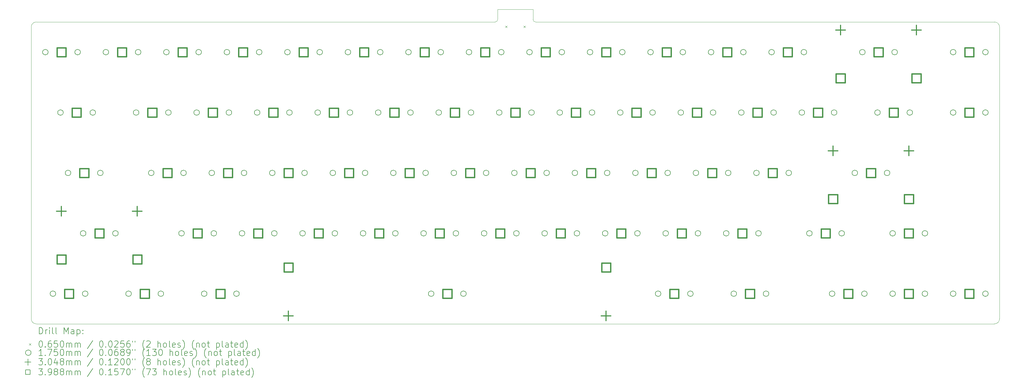
<source format=gbr>
%TF.GenerationSoftware,KiCad,Pcbnew,(6.0.10)*%
%TF.CreationDate,2023-02-18T23:00:32-08:00*%
%TF.ProjectId,KeyboardM,4b657962-6f61-4726-944d-2e6b69636164,rev?*%
%TF.SameCoordinates,Original*%
%TF.FileFunction,Drillmap*%
%TF.FilePolarity,Positive*%
%FSLAX45Y45*%
G04 Gerber Fmt 4.5, Leading zero omitted, Abs format (unit mm)*
G04 Created by KiCad (PCBNEW (6.0.10)) date 2023-02-18 23:00:32*
%MOMM*%
%LPD*%
G01*
G04 APERTURE LIST*
%ADD10C,0.100000*%
%ADD11C,0.200000*%
%ADD12C,0.065000*%
%ADD13C,0.175000*%
%ADD14C,0.304800*%
%ADD15C,0.398780*%
G04 APERTURE END LIST*
D10*
X21431250Y-4762500D02*
X35877500Y-4762500D01*
X5715000Y-4762500D02*
X20161250Y-4762500D01*
X21351870Y-4683125D02*
G75*
G03*
X21431250Y-4762500I79380J5D01*
G01*
X35877500Y-14287500D02*
G75*
G03*
X36036250Y-14128750I0J158750D01*
G01*
X21351875Y-4683125D02*
X21351875Y-4365625D01*
X36036250Y-4921250D02*
X36036250Y-14128750D01*
X36036250Y-4921250D02*
G75*
G03*
X35877500Y-4762500I-158750J0D01*
G01*
X5715000Y-4762500D02*
G75*
G03*
X5556250Y-4921250I0J-158750D01*
G01*
X5556250Y-14128750D02*
G75*
G03*
X5715000Y-14287500I158750J0D01*
G01*
X20240625Y-4683125D02*
X20240625Y-4365625D01*
X35877500Y-14287500D02*
X5715000Y-14287500D01*
X5556250Y-14128750D02*
X5556250Y-4921250D01*
X20161250Y-4762495D02*
G75*
G03*
X20240625Y-4683125I0J79375D01*
G01*
X20240625Y-4365625D02*
X21351875Y-4365625D01*
D11*
D12*
X20474750Y-4878750D02*
X20539750Y-4943750D01*
X20539750Y-4878750D02*
X20474750Y-4943750D01*
X21052750Y-4878750D02*
X21117750Y-4943750D01*
X21117750Y-4878750D02*
X21052750Y-4943750D01*
D13*
X6088250Y-5715000D02*
G75*
G03*
X6088250Y-5715000I-87500J0D01*
G01*
X6326375Y-13335000D02*
G75*
G03*
X6326375Y-13335000I-87500J0D01*
G01*
X6564500Y-7620000D02*
G75*
G03*
X6564500Y-7620000I-87500J0D01*
G01*
X6802625Y-9525000D02*
G75*
G03*
X6802625Y-9525000I-87500J0D01*
G01*
X7104250Y-5715000D02*
G75*
G03*
X7104250Y-5715000I-87500J0D01*
G01*
X7278875Y-11430000D02*
G75*
G03*
X7278875Y-11430000I-87500J0D01*
G01*
X7342375Y-13335000D02*
G75*
G03*
X7342375Y-13335000I-87500J0D01*
G01*
X7580500Y-7620000D02*
G75*
G03*
X7580500Y-7620000I-87500J0D01*
G01*
X7818625Y-9525000D02*
G75*
G03*
X7818625Y-9525000I-87500J0D01*
G01*
X7993250Y-5715000D02*
G75*
G03*
X7993250Y-5715000I-87500J0D01*
G01*
X8294875Y-11430000D02*
G75*
G03*
X8294875Y-11430000I-87500J0D01*
G01*
X8707625Y-13335000D02*
G75*
G03*
X8707625Y-13335000I-87500J0D01*
G01*
X8945750Y-7620000D02*
G75*
G03*
X8945750Y-7620000I-87500J0D01*
G01*
X9009250Y-5715000D02*
G75*
G03*
X9009250Y-5715000I-87500J0D01*
G01*
X9422000Y-9525000D02*
G75*
G03*
X9422000Y-9525000I-87500J0D01*
G01*
X9723625Y-13335000D02*
G75*
G03*
X9723625Y-13335000I-87500J0D01*
G01*
X9898250Y-5715000D02*
G75*
G03*
X9898250Y-5715000I-87500J0D01*
G01*
X9961750Y-7620000D02*
G75*
G03*
X9961750Y-7620000I-87500J0D01*
G01*
X10374500Y-11430000D02*
G75*
G03*
X10374500Y-11430000I-87500J0D01*
G01*
X10438000Y-9525000D02*
G75*
G03*
X10438000Y-9525000I-87500J0D01*
G01*
X10850750Y-7620000D02*
G75*
G03*
X10850750Y-7620000I-87500J0D01*
G01*
X10914250Y-5715000D02*
G75*
G03*
X10914250Y-5715000I-87500J0D01*
G01*
X11088875Y-13335000D02*
G75*
G03*
X11088875Y-13335000I-87500J0D01*
G01*
X11327000Y-9525000D02*
G75*
G03*
X11327000Y-9525000I-87500J0D01*
G01*
X11390500Y-11430000D02*
G75*
G03*
X11390500Y-11430000I-87500J0D01*
G01*
X11803250Y-5715000D02*
G75*
G03*
X11803250Y-5715000I-87500J0D01*
G01*
X11866750Y-7620000D02*
G75*
G03*
X11866750Y-7620000I-87500J0D01*
G01*
X12104875Y-13335000D02*
G75*
G03*
X12104875Y-13335000I-87500J0D01*
G01*
X12279500Y-11430000D02*
G75*
G03*
X12279500Y-11430000I-87500J0D01*
G01*
X12343000Y-9525000D02*
G75*
G03*
X12343000Y-9525000I-87500J0D01*
G01*
X12755750Y-7620000D02*
G75*
G03*
X12755750Y-7620000I-87500J0D01*
G01*
X12819250Y-5715000D02*
G75*
G03*
X12819250Y-5715000I-87500J0D01*
G01*
X13232000Y-9525000D02*
G75*
G03*
X13232000Y-9525000I-87500J0D01*
G01*
X13295500Y-11430000D02*
G75*
G03*
X13295500Y-11430000I-87500J0D01*
G01*
X13708250Y-5715000D02*
G75*
G03*
X13708250Y-5715000I-87500J0D01*
G01*
X13771750Y-7620000D02*
G75*
G03*
X13771750Y-7620000I-87500J0D01*
G01*
X14184500Y-11430000D02*
G75*
G03*
X14184500Y-11430000I-87500J0D01*
G01*
X14248000Y-9525000D02*
G75*
G03*
X14248000Y-9525000I-87500J0D01*
G01*
X14660750Y-7620000D02*
G75*
G03*
X14660750Y-7620000I-87500J0D01*
G01*
X14724250Y-5715000D02*
G75*
G03*
X14724250Y-5715000I-87500J0D01*
G01*
X15137000Y-9525000D02*
G75*
G03*
X15137000Y-9525000I-87500J0D01*
G01*
X15200500Y-11430000D02*
G75*
G03*
X15200500Y-11430000I-87500J0D01*
G01*
X15613250Y-5715000D02*
G75*
G03*
X15613250Y-5715000I-87500J0D01*
G01*
X15676750Y-7620000D02*
G75*
G03*
X15676750Y-7620000I-87500J0D01*
G01*
X16089500Y-11430000D02*
G75*
G03*
X16089500Y-11430000I-87500J0D01*
G01*
X16153000Y-9525000D02*
G75*
G03*
X16153000Y-9525000I-87500J0D01*
G01*
X16565750Y-7620000D02*
G75*
G03*
X16565750Y-7620000I-87500J0D01*
G01*
X16629250Y-5715000D02*
G75*
G03*
X16629250Y-5715000I-87500J0D01*
G01*
X17042000Y-9525000D02*
G75*
G03*
X17042000Y-9525000I-87500J0D01*
G01*
X17105500Y-11430000D02*
G75*
G03*
X17105500Y-11430000I-87500J0D01*
G01*
X17518250Y-5715000D02*
G75*
G03*
X17518250Y-5715000I-87500J0D01*
G01*
X17581750Y-7620000D02*
G75*
G03*
X17581750Y-7620000I-87500J0D01*
G01*
X17994500Y-11430000D02*
G75*
G03*
X17994500Y-11430000I-87500J0D01*
G01*
X18058000Y-9525000D02*
G75*
G03*
X18058000Y-9525000I-87500J0D01*
G01*
X18232625Y-13335000D02*
G75*
G03*
X18232625Y-13335000I-87500J0D01*
G01*
X18470750Y-7620000D02*
G75*
G03*
X18470750Y-7620000I-87500J0D01*
G01*
X18534250Y-5715000D02*
G75*
G03*
X18534250Y-5715000I-87500J0D01*
G01*
X18947000Y-9525000D02*
G75*
G03*
X18947000Y-9525000I-87500J0D01*
G01*
X19010500Y-11430000D02*
G75*
G03*
X19010500Y-11430000I-87500J0D01*
G01*
X19248625Y-13335000D02*
G75*
G03*
X19248625Y-13335000I-87500J0D01*
G01*
X19423250Y-5715000D02*
G75*
G03*
X19423250Y-5715000I-87500J0D01*
G01*
X19486750Y-7620000D02*
G75*
G03*
X19486750Y-7620000I-87500J0D01*
G01*
X19899500Y-11430000D02*
G75*
G03*
X19899500Y-11430000I-87500J0D01*
G01*
X19963000Y-9525000D02*
G75*
G03*
X19963000Y-9525000I-87500J0D01*
G01*
X20375750Y-7620000D02*
G75*
G03*
X20375750Y-7620000I-87500J0D01*
G01*
X20439250Y-5715000D02*
G75*
G03*
X20439250Y-5715000I-87500J0D01*
G01*
X20852000Y-9525000D02*
G75*
G03*
X20852000Y-9525000I-87500J0D01*
G01*
X20915500Y-11430000D02*
G75*
G03*
X20915500Y-11430000I-87500J0D01*
G01*
X21328250Y-5715000D02*
G75*
G03*
X21328250Y-5715000I-87500J0D01*
G01*
X21391750Y-7620000D02*
G75*
G03*
X21391750Y-7620000I-87500J0D01*
G01*
X21804500Y-11430000D02*
G75*
G03*
X21804500Y-11430000I-87500J0D01*
G01*
X21868000Y-9525000D02*
G75*
G03*
X21868000Y-9525000I-87500J0D01*
G01*
X22280750Y-7620000D02*
G75*
G03*
X22280750Y-7620000I-87500J0D01*
G01*
X22344250Y-5715000D02*
G75*
G03*
X22344250Y-5715000I-87500J0D01*
G01*
X22757000Y-9525000D02*
G75*
G03*
X22757000Y-9525000I-87500J0D01*
G01*
X22820500Y-11430000D02*
G75*
G03*
X22820500Y-11430000I-87500J0D01*
G01*
X23233250Y-5715000D02*
G75*
G03*
X23233250Y-5715000I-87500J0D01*
G01*
X23296750Y-7620000D02*
G75*
G03*
X23296750Y-7620000I-87500J0D01*
G01*
X23709500Y-11430000D02*
G75*
G03*
X23709500Y-11430000I-87500J0D01*
G01*
X23773000Y-9525000D02*
G75*
G03*
X23773000Y-9525000I-87500J0D01*
G01*
X24185750Y-7620000D02*
G75*
G03*
X24185750Y-7620000I-87500J0D01*
G01*
X24249250Y-5715000D02*
G75*
G03*
X24249250Y-5715000I-87500J0D01*
G01*
X24662000Y-9525000D02*
G75*
G03*
X24662000Y-9525000I-87500J0D01*
G01*
X24725500Y-11430000D02*
G75*
G03*
X24725500Y-11430000I-87500J0D01*
G01*
X25138250Y-5715000D02*
G75*
G03*
X25138250Y-5715000I-87500J0D01*
G01*
X25201750Y-7620000D02*
G75*
G03*
X25201750Y-7620000I-87500J0D01*
G01*
X25376375Y-13335000D02*
G75*
G03*
X25376375Y-13335000I-87500J0D01*
G01*
X25614500Y-11430000D02*
G75*
G03*
X25614500Y-11430000I-87500J0D01*
G01*
X25678000Y-9525000D02*
G75*
G03*
X25678000Y-9525000I-87500J0D01*
G01*
X26090750Y-7620000D02*
G75*
G03*
X26090750Y-7620000I-87500J0D01*
G01*
X26154250Y-5715000D02*
G75*
G03*
X26154250Y-5715000I-87500J0D01*
G01*
X26392375Y-13335000D02*
G75*
G03*
X26392375Y-13335000I-87500J0D01*
G01*
X26567000Y-9525000D02*
G75*
G03*
X26567000Y-9525000I-87500J0D01*
G01*
X26630500Y-11430000D02*
G75*
G03*
X26630500Y-11430000I-87500J0D01*
G01*
X27043250Y-5715000D02*
G75*
G03*
X27043250Y-5715000I-87500J0D01*
G01*
X27106750Y-7620000D02*
G75*
G03*
X27106750Y-7620000I-87500J0D01*
G01*
X27519500Y-11430000D02*
G75*
G03*
X27519500Y-11430000I-87500J0D01*
G01*
X27583000Y-9525000D02*
G75*
G03*
X27583000Y-9525000I-87500J0D01*
G01*
X27757625Y-13335000D02*
G75*
G03*
X27757625Y-13335000I-87500J0D01*
G01*
X27995750Y-7620000D02*
G75*
G03*
X27995750Y-7620000I-87500J0D01*
G01*
X28059250Y-5715000D02*
G75*
G03*
X28059250Y-5715000I-87500J0D01*
G01*
X28472000Y-9525000D02*
G75*
G03*
X28472000Y-9525000I-87500J0D01*
G01*
X28535500Y-11430000D02*
G75*
G03*
X28535500Y-11430000I-87500J0D01*
G01*
X28773625Y-13335000D02*
G75*
G03*
X28773625Y-13335000I-87500J0D01*
G01*
X28948250Y-5715000D02*
G75*
G03*
X28948250Y-5715000I-87500J0D01*
G01*
X29011750Y-7620000D02*
G75*
G03*
X29011750Y-7620000I-87500J0D01*
G01*
X29488000Y-9525000D02*
G75*
G03*
X29488000Y-9525000I-87500J0D01*
G01*
X29900750Y-7620000D02*
G75*
G03*
X29900750Y-7620000I-87500J0D01*
G01*
X29964250Y-5715000D02*
G75*
G03*
X29964250Y-5715000I-87500J0D01*
G01*
X30138875Y-11430000D02*
G75*
G03*
X30138875Y-11430000I-87500J0D01*
G01*
X30853250Y-13335000D02*
G75*
G03*
X30853250Y-13335000I-87500J0D01*
G01*
X30916750Y-7620000D02*
G75*
G03*
X30916750Y-7620000I-87500J0D01*
G01*
X31154875Y-11430000D02*
G75*
G03*
X31154875Y-11430000I-87500J0D01*
G01*
X31567625Y-9525000D02*
G75*
G03*
X31567625Y-9525000I-87500J0D01*
G01*
X31805750Y-5715000D02*
G75*
G03*
X31805750Y-5715000I-87500J0D01*
G01*
X31869250Y-13335000D02*
G75*
G03*
X31869250Y-13335000I-87500J0D01*
G01*
X32282000Y-7620000D02*
G75*
G03*
X32282000Y-7620000I-87500J0D01*
G01*
X32583625Y-9525000D02*
G75*
G03*
X32583625Y-9525000I-87500J0D01*
G01*
X32758250Y-11430000D02*
G75*
G03*
X32758250Y-11430000I-87500J0D01*
G01*
X32758250Y-13335000D02*
G75*
G03*
X32758250Y-13335000I-87500J0D01*
G01*
X32821750Y-5715000D02*
G75*
G03*
X32821750Y-5715000I-87500J0D01*
G01*
X33298000Y-7620000D02*
G75*
G03*
X33298000Y-7620000I-87500J0D01*
G01*
X33774250Y-11430000D02*
G75*
G03*
X33774250Y-11430000I-87500J0D01*
G01*
X33774250Y-13335000D02*
G75*
G03*
X33774250Y-13335000I-87500J0D01*
G01*
X34663250Y-5715000D02*
G75*
G03*
X34663250Y-5715000I-87500J0D01*
G01*
X34663250Y-7620000D02*
G75*
G03*
X34663250Y-7620000I-87500J0D01*
G01*
X34663250Y-13335000D02*
G75*
G03*
X34663250Y-13335000I-87500J0D01*
G01*
X35679250Y-5715000D02*
G75*
G03*
X35679250Y-5715000I-87500J0D01*
G01*
X35679250Y-7620000D02*
G75*
G03*
X35679250Y-7620000I-87500J0D01*
G01*
X35679250Y-13335000D02*
G75*
G03*
X35679250Y-13335000I-87500J0D01*
G01*
D14*
X6505575Y-10579100D02*
X6505575Y-10883900D01*
X6353175Y-10731500D02*
X6657975Y-10731500D01*
X8893175Y-10579100D02*
X8893175Y-10883900D01*
X8740775Y-10731500D02*
X9045575Y-10731500D01*
X13653135Y-13881100D02*
X13653135Y-14185900D01*
X13500735Y-14033500D02*
X13805535Y-14033500D01*
X23653115Y-13881100D02*
X23653115Y-14185900D01*
X23500715Y-14033500D02*
X23805515Y-14033500D01*
X30794325Y-8674100D02*
X30794325Y-8978900D01*
X30641925Y-8826500D02*
X30946725Y-8826500D01*
X31032450Y-4864100D02*
X31032450Y-5168900D01*
X30880050Y-5016500D02*
X31184850Y-5016500D01*
X33181925Y-8674100D02*
X33181925Y-8978900D01*
X33029525Y-8826500D02*
X33334325Y-8826500D01*
X33420050Y-4864100D02*
X33420050Y-5168900D01*
X33267650Y-5016500D02*
X33572450Y-5016500D01*
D15*
X6646566Y-12396491D02*
X6646566Y-12114509D01*
X6364584Y-12114509D01*
X6364584Y-12396491D01*
X6646566Y-12396491D01*
X6649741Y-5855991D02*
X6649741Y-5574009D01*
X6367759Y-5574009D01*
X6367759Y-5855991D01*
X6649741Y-5855991D01*
X6887866Y-13475991D02*
X6887866Y-13194009D01*
X6605884Y-13194009D01*
X6605884Y-13475991D01*
X6887866Y-13475991D01*
X7125991Y-7760991D02*
X7125991Y-7479009D01*
X6844009Y-7479009D01*
X6844009Y-7760991D01*
X7125991Y-7760991D01*
X7364116Y-9665991D02*
X7364116Y-9384009D01*
X7082134Y-9384009D01*
X7082134Y-9665991D01*
X7364116Y-9665991D01*
X7840366Y-11570991D02*
X7840366Y-11289009D01*
X7558384Y-11289009D01*
X7558384Y-11570991D01*
X7840366Y-11570991D01*
X8554741Y-5855991D02*
X8554741Y-5574009D01*
X8272759Y-5574009D01*
X8272759Y-5855991D01*
X8554741Y-5855991D01*
X9034166Y-12396491D02*
X9034166Y-12114509D01*
X8752184Y-12114509D01*
X8752184Y-12396491D01*
X9034166Y-12396491D01*
X9269116Y-13475991D02*
X9269116Y-13194009D01*
X8987134Y-13194009D01*
X8987134Y-13475991D01*
X9269116Y-13475991D01*
X9507241Y-7760991D02*
X9507241Y-7479009D01*
X9225259Y-7479009D01*
X9225259Y-7760991D01*
X9507241Y-7760991D01*
X9983491Y-9665991D02*
X9983491Y-9384009D01*
X9701509Y-9384009D01*
X9701509Y-9665991D01*
X9983491Y-9665991D01*
X10459741Y-5855991D02*
X10459741Y-5574009D01*
X10177759Y-5574009D01*
X10177759Y-5855991D01*
X10459741Y-5855991D01*
X10935991Y-11570991D02*
X10935991Y-11289009D01*
X10654009Y-11289009D01*
X10654009Y-11570991D01*
X10935991Y-11570991D01*
X11412241Y-7760991D02*
X11412241Y-7479009D01*
X11130259Y-7479009D01*
X11130259Y-7760991D01*
X11412241Y-7760991D01*
X11650366Y-13475991D02*
X11650366Y-13194009D01*
X11368384Y-13194009D01*
X11368384Y-13475991D01*
X11650366Y-13475991D01*
X11888491Y-9665991D02*
X11888491Y-9384009D01*
X11606509Y-9384009D01*
X11606509Y-9665991D01*
X11888491Y-9665991D01*
X12364741Y-5855991D02*
X12364741Y-5574009D01*
X12082759Y-5574009D01*
X12082759Y-5855991D01*
X12364741Y-5855991D01*
X12840991Y-11570991D02*
X12840991Y-11289009D01*
X12559009Y-11289009D01*
X12559009Y-11570991D01*
X12840991Y-11570991D01*
X13317241Y-7760991D02*
X13317241Y-7479009D01*
X13035259Y-7479009D01*
X13035259Y-7760991D01*
X13317241Y-7760991D01*
X13793491Y-9665991D02*
X13793491Y-9384009D01*
X13511509Y-9384009D01*
X13511509Y-9665991D01*
X13793491Y-9665991D01*
X13794126Y-12650491D02*
X13794126Y-12368509D01*
X13512144Y-12368509D01*
X13512144Y-12650491D01*
X13794126Y-12650491D01*
X14269741Y-5855991D02*
X14269741Y-5574009D01*
X13987759Y-5574009D01*
X13987759Y-5855991D01*
X14269741Y-5855991D01*
X14745991Y-11570991D02*
X14745991Y-11289009D01*
X14464009Y-11289009D01*
X14464009Y-11570991D01*
X14745991Y-11570991D01*
X15222241Y-7760991D02*
X15222241Y-7479009D01*
X14940259Y-7479009D01*
X14940259Y-7760991D01*
X15222241Y-7760991D01*
X15698491Y-9665991D02*
X15698491Y-9384009D01*
X15416509Y-9384009D01*
X15416509Y-9665991D01*
X15698491Y-9665991D01*
X16174741Y-5855991D02*
X16174741Y-5574009D01*
X15892759Y-5574009D01*
X15892759Y-5855991D01*
X16174741Y-5855991D01*
X16650991Y-11570991D02*
X16650991Y-11289009D01*
X16369009Y-11289009D01*
X16369009Y-11570991D01*
X16650991Y-11570991D01*
X17127241Y-7760991D02*
X17127241Y-7479009D01*
X16845259Y-7479009D01*
X16845259Y-7760991D01*
X17127241Y-7760991D01*
X17603491Y-9665991D02*
X17603491Y-9384009D01*
X17321509Y-9384009D01*
X17321509Y-9665991D01*
X17603491Y-9665991D01*
X18079741Y-5855991D02*
X18079741Y-5574009D01*
X17797759Y-5574009D01*
X17797759Y-5855991D01*
X18079741Y-5855991D01*
X18555991Y-11570991D02*
X18555991Y-11289009D01*
X18274009Y-11289009D01*
X18274009Y-11570991D01*
X18555991Y-11570991D01*
X18794116Y-13475991D02*
X18794116Y-13194009D01*
X18512134Y-13194009D01*
X18512134Y-13475991D01*
X18794116Y-13475991D01*
X19032241Y-7760991D02*
X19032241Y-7479009D01*
X18750259Y-7479009D01*
X18750259Y-7760991D01*
X19032241Y-7760991D01*
X19508491Y-9665991D02*
X19508491Y-9384009D01*
X19226509Y-9384009D01*
X19226509Y-9665991D01*
X19508491Y-9665991D01*
X19984741Y-5855991D02*
X19984741Y-5574009D01*
X19702759Y-5574009D01*
X19702759Y-5855991D01*
X19984741Y-5855991D01*
X20460991Y-11570991D02*
X20460991Y-11289009D01*
X20179009Y-11289009D01*
X20179009Y-11570991D01*
X20460991Y-11570991D01*
X20937241Y-7760991D02*
X20937241Y-7479009D01*
X20655259Y-7479009D01*
X20655259Y-7760991D01*
X20937241Y-7760991D01*
X21413491Y-9665991D02*
X21413491Y-9384009D01*
X21131509Y-9384009D01*
X21131509Y-9665991D01*
X21413491Y-9665991D01*
X21889741Y-5855991D02*
X21889741Y-5574009D01*
X21607759Y-5574009D01*
X21607759Y-5855991D01*
X21889741Y-5855991D01*
X22365991Y-11570991D02*
X22365991Y-11289009D01*
X22084009Y-11289009D01*
X22084009Y-11570991D01*
X22365991Y-11570991D01*
X22842241Y-7760991D02*
X22842241Y-7479009D01*
X22560259Y-7479009D01*
X22560259Y-7760991D01*
X22842241Y-7760991D01*
X23318491Y-9665991D02*
X23318491Y-9384009D01*
X23036509Y-9384009D01*
X23036509Y-9665991D01*
X23318491Y-9665991D01*
X23794106Y-12650491D02*
X23794106Y-12368509D01*
X23512124Y-12368509D01*
X23512124Y-12650491D01*
X23794106Y-12650491D01*
X23794741Y-5855991D02*
X23794741Y-5574009D01*
X23512759Y-5574009D01*
X23512759Y-5855991D01*
X23794741Y-5855991D01*
X24270991Y-11570991D02*
X24270991Y-11289009D01*
X23989009Y-11289009D01*
X23989009Y-11570991D01*
X24270991Y-11570991D01*
X24747241Y-7760991D02*
X24747241Y-7479009D01*
X24465259Y-7479009D01*
X24465259Y-7760991D01*
X24747241Y-7760991D01*
X25223491Y-9665991D02*
X25223491Y-9384009D01*
X24941509Y-9384009D01*
X24941509Y-9665991D01*
X25223491Y-9665991D01*
X25699741Y-5855991D02*
X25699741Y-5574009D01*
X25417759Y-5574009D01*
X25417759Y-5855991D01*
X25699741Y-5855991D01*
X25937866Y-13475991D02*
X25937866Y-13194009D01*
X25655884Y-13194009D01*
X25655884Y-13475991D01*
X25937866Y-13475991D01*
X26175991Y-11570991D02*
X26175991Y-11289009D01*
X25894009Y-11289009D01*
X25894009Y-11570991D01*
X26175991Y-11570991D01*
X26652241Y-7760991D02*
X26652241Y-7479009D01*
X26370259Y-7479009D01*
X26370259Y-7760991D01*
X26652241Y-7760991D01*
X27128491Y-9665991D02*
X27128491Y-9384009D01*
X26846509Y-9384009D01*
X26846509Y-9665991D01*
X27128491Y-9665991D01*
X27604741Y-5855991D02*
X27604741Y-5574009D01*
X27322759Y-5574009D01*
X27322759Y-5855991D01*
X27604741Y-5855991D01*
X28080991Y-11570991D02*
X28080991Y-11289009D01*
X27799009Y-11289009D01*
X27799009Y-11570991D01*
X28080991Y-11570991D01*
X28319116Y-13475991D02*
X28319116Y-13194009D01*
X28037134Y-13194009D01*
X28037134Y-13475991D01*
X28319116Y-13475991D01*
X28557241Y-7760991D02*
X28557241Y-7479009D01*
X28275259Y-7479009D01*
X28275259Y-7760991D01*
X28557241Y-7760991D01*
X29033491Y-9665991D02*
X29033491Y-9384009D01*
X28751509Y-9384009D01*
X28751509Y-9665991D01*
X29033491Y-9665991D01*
X29509741Y-5855991D02*
X29509741Y-5574009D01*
X29227759Y-5574009D01*
X29227759Y-5855991D01*
X29509741Y-5855991D01*
X30462241Y-7760991D02*
X30462241Y-7479009D01*
X30180259Y-7479009D01*
X30180259Y-7760991D01*
X30462241Y-7760991D01*
X30700366Y-11570991D02*
X30700366Y-11289009D01*
X30418384Y-11289009D01*
X30418384Y-11570991D01*
X30700366Y-11570991D01*
X30935316Y-10491491D02*
X30935316Y-10209509D01*
X30653334Y-10209509D01*
X30653334Y-10491491D01*
X30935316Y-10491491D01*
X31173441Y-6681491D02*
X31173441Y-6399509D01*
X30891459Y-6399509D01*
X30891459Y-6681491D01*
X31173441Y-6681491D01*
X31414741Y-13475991D02*
X31414741Y-13194009D01*
X31132759Y-13194009D01*
X31132759Y-13475991D01*
X31414741Y-13475991D01*
X32129116Y-9665991D02*
X32129116Y-9384009D01*
X31847134Y-9384009D01*
X31847134Y-9665991D01*
X32129116Y-9665991D01*
X32367241Y-5855991D02*
X32367241Y-5574009D01*
X32085259Y-5574009D01*
X32085259Y-5855991D01*
X32367241Y-5855991D01*
X32843491Y-7760991D02*
X32843491Y-7479009D01*
X32561509Y-7479009D01*
X32561509Y-7760991D01*
X32843491Y-7760991D01*
X33319741Y-11570991D02*
X33319741Y-11289009D01*
X33037759Y-11289009D01*
X33037759Y-11570991D01*
X33319741Y-11570991D01*
X33319741Y-13475991D02*
X33319741Y-13194009D01*
X33037759Y-13194009D01*
X33037759Y-13475991D01*
X33319741Y-13475991D01*
X33322916Y-10491491D02*
X33322916Y-10209509D01*
X33040934Y-10209509D01*
X33040934Y-10491491D01*
X33322916Y-10491491D01*
X33561041Y-6681491D02*
X33561041Y-6399509D01*
X33279059Y-6399509D01*
X33279059Y-6681491D01*
X33561041Y-6681491D01*
X35224741Y-5855991D02*
X35224741Y-5574009D01*
X34942759Y-5574009D01*
X34942759Y-5855991D01*
X35224741Y-5855991D01*
X35224741Y-7760991D02*
X35224741Y-7479009D01*
X34942759Y-7479009D01*
X34942759Y-7760991D01*
X35224741Y-7760991D01*
X35224741Y-13475991D02*
X35224741Y-13194009D01*
X34942759Y-13194009D01*
X34942759Y-13475991D01*
X35224741Y-13475991D01*
D11*
X5808869Y-14602976D02*
X5808869Y-14402976D01*
X5856488Y-14402976D01*
X5885059Y-14412500D01*
X5904107Y-14431548D01*
X5913631Y-14450595D01*
X5923155Y-14488690D01*
X5923155Y-14517262D01*
X5913631Y-14555357D01*
X5904107Y-14574405D01*
X5885059Y-14593452D01*
X5856488Y-14602976D01*
X5808869Y-14602976D01*
X6008869Y-14602976D02*
X6008869Y-14469643D01*
X6008869Y-14507738D02*
X6018393Y-14488690D01*
X6027917Y-14479167D01*
X6046964Y-14469643D01*
X6066012Y-14469643D01*
X6132678Y-14602976D02*
X6132678Y-14469643D01*
X6132678Y-14402976D02*
X6123155Y-14412500D01*
X6132678Y-14422024D01*
X6142202Y-14412500D01*
X6132678Y-14402976D01*
X6132678Y-14422024D01*
X6256488Y-14602976D02*
X6237440Y-14593452D01*
X6227917Y-14574405D01*
X6227917Y-14402976D01*
X6361250Y-14602976D02*
X6342202Y-14593452D01*
X6332678Y-14574405D01*
X6332678Y-14402976D01*
X6589821Y-14602976D02*
X6589821Y-14402976D01*
X6656488Y-14545833D01*
X6723155Y-14402976D01*
X6723155Y-14602976D01*
X6904107Y-14602976D02*
X6904107Y-14498214D01*
X6894583Y-14479167D01*
X6875536Y-14469643D01*
X6837440Y-14469643D01*
X6818393Y-14479167D01*
X6904107Y-14593452D02*
X6885059Y-14602976D01*
X6837440Y-14602976D01*
X6818393Y-14593452D01*
X6808869Y-14574405D01*
X6808869Y-14555357D01*
X6818393Y-14536309D01*
X6837440Y-14526786D01*
X6885059Y-14526786D01*
X6904107Y-14517262D01*
X6999345Y-14469643D02*
X6999345Y-14669643D01*
X6999345Y-14479167D02*
X7018393Y-14469643D01*
X7056488Y-14469643D01*
X7075536Y-14479167D01*
X7085059Y-14488690D01*
X7094583Y-14507738D01*
X7094583Y-14564881D01*
X7085059Y-14583928D01*
X7075536Y-14593452D01*
X7056488Y-14602976D01*
X7018393Y-14602976D01*
X6999345Y-14593452D01*
X7180298Y-14583928D02*
X7189821Y-14593452D01*
X7180298Y-14602976D01*
X7170774Y-14593452D01*
X7180298Y-14583928D01*
X7180298Y-14602976D01*
X7180298Y-14479167D02*
X7189821Y-14488690D01*
X7180298Y-14498214D01*
X7170774Y-14488690D01*
X7180298Y-14479167D01*
X7180298Y-14498214D01*
D12*
X5486250Y-14900000D02*
X5551250Y-14965000D01*
X5551250Y-14900000D02*
X5486250Y-14965000D01*
D11*
X5846964Y-14822976D02*
X5866012Y-14822976D01*
X5885059Y-14832500D01*
X5894583Y-14842024D01*
X5904107Y-14861071D01*
X5913631Y-14899167D01*
X5913631Y-14946786D01*
X5904107Y-14984881D01*
X5894583Y-15003928D01*
X5885059Y-15013452D01*
X5866012Y-15022976D01*
X5846964Y-15022976D01*
X5827917Y-15013452D01*
X5818393Y-15003928D01*
X5808869Y-14984881D01*
X5799345Y-14946786D01*
X5799345Y-14899167D01*
X5808869Y-14861071D01*
X5818393Y-14842024D01*
X5827917Y-14832500D01*
X5846964Y-14822976D01*
X5999345Y-15003928D02*
X6008869Y-15013452D01*
X5999345Y-15022976D01*
X5989821Y-15013452D01*
X5999345Y-15003928D01*
X5999345Y-15022976D01*
X6180298Y-14822976D02*
X6142202Y-14822976D01*
X6123155Y-14832500D01*
X6113631Y-14842024D01*
X6094583Y-14870595D01*
X6085059Y-14908690D01*
X6085059Y-14984881D01*
X6094583Y-15003928D01*
X6104107Y-15013452D01*
X6123155Y-15022976D01*
X6161250Y-15022976D01*
X6180298Y-15013452D01*
X6189821Y-15003928D01*
X6199345Y-14984881D01*
X6199345Y-14937262D01*
X6189821Y-14918214D01*
X6180298Y-14908690D01*
X6161250Y-14899167D01*
X6123155Y-14899167D01*
X6104107Y-14908690D01*
X6094583Y-14918214D01*
X6085059Y-14937262D01*
X6380298Y-14822976D02*
X6285059Y-14822976D01*
X6275536Y-14918214D01*
X6285059Y-14908690D01*
X6304107Y-14899167D01*
X6351726Y-14899167D01*
X6370774Y-14908690D01*
X6380298Y-14918214D01*
X6389821Y-14937262D01*
X6389821Y-14984881D01*
X6380298Y-15003928D01*
X6370774Y-15013452D01*
X6351726Y-15022976D01*
X6304107Y-15022976D01*
X6285059Y-15013452D01*
X6275536Y-15003928D01*
X6513631Y-14822976D02*
X6532678Y-14822976D01*
X6551726Y-14832500D01*
X6561250Y-14842024D01*
X6570774Y-14861071D01*
X6580298Y-14899167D01*
X6580298Y-14946786D01*
X6570774Y-14984881D01*
X6561250Y-15003928D01*
X6551726Y-15013452D01*
X6532678Y-15022976D01*
X6513631Y-15022976D01*
X6494583Y-15013452D01*
X6485059Y-15003928D01*
X6475536Y-14984881D01*
X6466012Y-14946786D01*
X6466012Y-14899167D01*
X6475536Y-14861071D01*
X6485059Y-14842024D01*
X6494583Y-14832500D01*
X6513631Y-14822976D01*
X6666012Y-15022976D02*
X6666012Y-14889643D01*
X6666012Y-14908690D02*
X6675536Y-14899167D01*
X6694583Y-14889643D01*
X6723155Y-14889643D01*
X6742202Y-14899167D01*
X6751726Y-14918214D01*
X6751726Y-15022976D01*
X6751726Y-14918214D02*
X6761250Y-14899167D01*
X6780298Y-14889643D01*
X6808869Y-14889643D01*
X6827917Y-14899167D01*
X6837440Y-14918214D01*
X6837440Y-15022976D01*
X6932678Y-15022976D02*
X6932678Y-14889643D01*
X6932678Y-14908690D02*
X6942202Y-14899167D01*
X6961250Y-14889643D01*
X6989821Y-14889643D01*
X7008869Y-14899167D01*
X7018393Y-14918214D01*
X7018393Y-15022976D01*
X7018393Y-14918214D02*
X7027917Y-14899167D01*
X7046964Y-14889643D01*
X7075536Y-14889643D01*
X7094583Y-14899167D01*
X7104107Y-14918214D01*
X7104107Y-15022976D01*
X7494583Y-14813452D02*
X7323155Y-15070595D01*
X7751726Y-14822976D02*
X7770774Y-14822976D01*
X7789821Y-14832500D01*
X7799345Y-14842024D01*
X7808869Y-14861071D01*
X7818393Y-14899167D01*
X7818393Y-14946786D01*
X7808869Y-14984881D01*
X7799345Y-15003928D01*
X7789821Y-15013452D01*
X7770774Y-15022976D01*
X7751726Y-15022976D01*
X7732678Y-15013452D01*
X7723155Y-15003928D01*
X7713631Y-14984881D01*
X7704107Y-14946786D01*
X7704107Y-14899167D01*
X7713631Y-14861071D01*
X7723155Y-14842024D01*
X7732678Y-14832500D01*
X7751726Y-14822976D01*
X7904107Y-15003928D02*
X7913631Y-15013452D01*
X7904107Y-15022976D01*
X7894583Y-15013452D01*
X7904107Y-15003928D01*
X7904107Y-15022976D01*
X8037440Y-14822976D02*
X8056488Y-14822976D01*
X8075536Y-14832500D01*
X8085059Y-14842024D01*
X8094583Y-14861071D01*
X8104107Y-14899167D01*
X8104107Y-14946786D01*
X8094583Y-14984881D01*
X8085059Y-15003928D01*
X8075536Y-15013452D01*
X8056488Y-15022976D01*
X8037440Y-15022976D01*
X8018393Y-15013452D01*
X8008869Y-15003928D01*
X7999345Y-14984881D01*
X7989821Y-14946786D01*
X7989821Y-14899167D01*
X7999345Y-14861071D01*
X8008869Y-14842024D01*
X8018393Y-14832500D01*
X8037440Y-14822976D01*
X8180298Y-14842024D02*
X8189821Y-14832500D01*
X8208869Y-14822976D01*
X8256488Y-14822976D01*
X8275536Y-14832500D01*
X8285059Y-14842024D01*
X8294583Y-14861071D01*
X8294583Y-14880119D01*
X8285059Y-14908690D01*
X8170774Y-15022976D01*
X8294583Y-15022976D01*
X8475536Y-14822976D02*
X8380298Y-14822976D01*
X8370774Y-14918214D01*
X8380298Y-14908690D01*
X8399345Y-14899167D01*
X8446964Y-14899167D01*
X8466012Y-14908690D01*
X8475536Y-14918214D01*
X8485060Y-14937262D01*
X8485060Y-14984881D01*
X8475536Y-15003928D01*
X8466012Y-15013452D01*
X8446964Y-15022976D01*
X8399345Y-15022976D01*
X8380298Y-15013452D01*
X8370774Y-15003928D01*
X8656488Y-14822976D02*
X8618393Y-14822976D01*
X8599345Y-14832500D01*
X8589821Y-14842024D01*
X8570774Y-14870595D01*
X8561250Y-14908690D01*
X8561250Y-14984881D01*
X8570774Y-15003928D01*
X8580298Y-15013452D01*
X8599345Y-15022976D01*
X8637440Y-15022976D01*
X8656488Y-15013452D01*
X8666012Y-15003928D01*
X8675536Y-14984881D01*
X8675536Y-14937262D01*
X8666012Y-14918214D01*
X8656488Y-14908690D01*
X8637440Y-14899167D01*
X8599345Y-14899167D01*
X8580298Y-14908690D01*
X8570774Y-14918214D01*
X8561250Y-14937262D01*
X8751726Y-14822976D02*
X8751726Y-14861071D01*
X8827917Y-14822976D02*
X8827917Y-14861071D01*
X9123155Y-15099167D02*
X9113631Y-15089643D01*
X9094583Y-15061071D01*
X9085060Y-15042024D01*
X9075536Y-15013452D01*
X9066012Y-14965833D01*
X9066012Y-14927738D01*
X9075536Y-14880119D01*
X9085060Y-14851548D01*
X9094583Y-14832500D01*
X9113631Y-14803928D01*
X9123155Y-14794405D01*
X9189821Y-14842024D02*
X9199345Y-14832500D01*
X9218393Y-14822976D01*
X9266012Y-14822976D01*
X9285060Y-14832500D01*
X9294583Y-14842024D01*
X9304107Y-14861071D01*
X9304107Y-14880119D01*
X9294583Y-14908690D01*
X9180298Y-15022976D01*
X9304107Y-15022976D01*
X9542202Y-15022976D02*
X9542202Y-14822976D01*
X9627917Y-15022976D02*
X9627917Y-14918214D01*
X9618393Y-14899167D01*
X9599345Y-14889643D01*
X9570774Y-14889643D01*
X9551726Y-14899167D01*
X9542202Y-14908690D01*
X9751726Y-15022976D02*
X9732679Y-15013452D01*
X9723155Y-15003928D01*
X9713631Y-14984881D01*
X9713631Y-14927738D01*
X9723155Y-14908690D01*
X9732679Y-14899167D01*
X9751726Y-14889643D01*
X9780298Y-14889643D01*
X9799345Y-14899167D01*
X9808869Y-14908690D01*
X9818393Y-14927738D01*
X9818393Y-14984881D01*
X9808869Y-15003928D01*
X9799345Y-15013452D01*
X9780298Y-15022976D01*
X9751726Y-15022976D01*
X9932679Y-15022976D02*
X9913631Y-15013452D01*
X9904107Y-14994405D01*
X9904107Y-14822976D01*
X10085060Y-15013452D02*
X10066012Y-15022976D01*
X10027917Y-15022976D01*
X10008869Y-15013452D01*
X9999345Y-14994405D01*
X9999345Y-14918214D01*
X10008869Y-14899167D01*
X10027917Y-14889643D01*
X10066012Y-14889643D01*
X10085060Y-14899167D01*
X10094583Y-14918214D01*
X10094583Y-14937262D01*
X9999345Y-14956309D01*
X10170774Y-15013452D02*
X10189821Y-15022976D01*
X10227917Y-15022976D01*
X10246964Y-15013452D01*
X10256488Y-14994405D01*
X10256488Y-14984881D01*
X10246964Y-14965833D01*
X10227917Y-14956309D01*
X10199345Y-14956309D01*
X10180298Y-14946786D01*
X10170774Y-14927738D01*
X10170774Y-14918214D01*
X10180298Y-14899167D01*
X10199345Y-14889643D01*
X10227917Y-14889643D01*
X10246964Y-14899167D01*
X10323155Y-15099167D02*
X10332679Y-15089643D01*
X10351726Y-15061071D01*
X10361250Y-15042024D01*
X10370774Y-15013452D01*
X10380298Y-14965833D01*
X10380298Y-14927738D01*
X10370774Y-14880119D01*
X10361250Y-14851548D01*
X10351726Y-14832500D01*
X10332679Y-14803928D01*
X10323155Y-14794405D01*
X10685060Y-15099167D02*
X10675536Y-15089643D01*
X10656488Y-15061071D01*
X10646964Y-15042024D01*
X10637440Y-15013452D01*
X10627917Y-14965833D01*
X10627917Y-14927738D01*
X10637440Y-14880119D01*
X10646964Y-14851548D01*
X10656488Y-14832500D01*
X10675536Y-14803928D01*
X10685060Y-14794405D01*
X10761250Y-14889643D02*
X10761250Y-15022976D01*
X10761250Y-14908690D02*
X10770774Y-14899167D01*
X10789821Y-14889643D01*
X10818393Y-14889643D01*
X10837440Y-14899167D01*
X10846964Y-14918214D01*
X10846964Y-15022976D01*
X10970774Y-15022976D02*
X10951726Y-15013452D01*
X10942202Y-15003928D01*
X10932679Y-14984881D01*
X10932679Y-14927738D01*
X10942202Y-14908690D01*
X10951726Y-14899167D01*
X10970774Y-14889643D01*
X10999345Y-14889643D01*
X11018393Y-14899167D01*
X11027917Y-14908690D01*
X11037440Y-14927738D01*
X11037440Y-14984881D01*
X11027917Y-15003928D01*
X11018393Y-15013452D01*
X10999345Y-15022976D01*
X10970774Y-15022976D01*
X11094583Y-14889643D02*
X11170774Y-14889643D01*
X11123155Y-14822976D02*
X11123155Y-14994405D01*
X11132679Y-15013452D01*
X11151726Y-15022976D01*
X11170774Y-15022976D01*
X11389821Y-14889643D02*
X11389821Y-15089643D01*
X11389821Y-14899167D02*
X11408869Y-14889643D01*
X11446964Y-14889643D01*
X11466012Y-14899167D01*
X11475536Y-14908690D01*
X11485059Y-14927738D01*
X11485059Y-14984881D01*
X11475536Y-15003928D01*
X11466012Y-15013452D01*
X11446964Y-15022976D01*
X11408869Y-15022976D01*
X11389821Y-15013452D01*
X11599345Y-15022976D02*
X11580298Y-15013452D01*
X11570774Y-14994405D01*
X11570774Y-14822976D01*
X11761250Y-15022976D02*
X11761250Y-14918214D01*
X11751726Y-14899167D01*
X11732678Y-14889643D01*
X11694583Y-14889643D01*
X11675536Y-14899167D01*
X11761250Y-15013452D02*
X11742202Y-15022976D01*
X11694583Y-15022976D01*
X11675536Y-15013452D01*
X11666012Y-14994405D01*
X11666012Y-14975357D01*
X11675536Y-14956309D01*
X11694583Y-14946786D01*
X11742202Y-14946786D01*
X11761250Y-14937262D01*
X11827917Y-14889643D02*
X11904107Y-14889643D01*
X11856488Y-14822976D02*
X11856488Y-14994405D01*
X11866012Y-15013452D01*
X11885059Y-15022976D01*
X11904107Y-15022976D01*
X12046964Y-15013452D02*
X12027917Y-15022976D01*
X11989821Y-15022976D01*
X11970774Y-15013452D01*
X11961250Y-14994405D01*
X11961250Y-14918214D01*
X11970774Y-14899167D01*
X11989821Y-14889643D01*
X12027917Y-14889643D01*
X12046964Y-14899167D01*
X12056488Y-14918214D01*
X12056488Y-14937262D01*
X11961250Y-14956309D01*
X12227917Y-15022976D02*
X12227917Y-14822976D01*
X12227917Y-15013452D02*
X12208869Y-15022976D01*
X12170774Y-15022976D01*
X12151726Y-15013452D01*
X12142202Y-15003928D01*
X12132678Y-14984881D01*
X12132678Y-14927738D01*
X12142202Y-14908690D01*
X12151726Y-14899167D01*
X12170774Y-14889643D01*
X12208869Y-14889643D01*
X12227917Y-14899167D01*
X12304107Y-15099167D02*
X12313631Y-15089643D01*
X12332678Y-15061071D01*
X12342202Y-15042024D01*
X12351726Y-15013452D01*
X12361250Y-14965833D01*
X12361250Y-14927738D01*
X12351726Y-14880119D01*
X12342202Y-14851548D01*
X12332678Y-14832500D01*
X12313631Y-14803928D01*
X12304107Y-14794405D01*
D13*
X5551250Y-15196500D02*
G75*
G03*
X5551250Y-15196500I-87500J0D01*
G01*
D11*
X5913631Y-15286976D02*
X5799345Y-15286976D01*
X5856488Y-15286976D02*
X5856488Y-15086976D01*
X5837440Y-15115548D01*
X5818393Y-15134595D01*
X5799345Y-15144119D01*
X5999345Y-15267928D02*
X6008869Y-15277452D01*
X5999345Y-15286976D01*
X5989821Y-15277452D01*
X5999345Y-15267928D01*
X5999345Y-15286976D01*
X6075536Y-15086976D02*
X6208869Y-15086976D01*
X6123155Y-15286976D01*
X6380298Y-15086976D02*
X6285059Y-15086976D01*
X6275536Y-15182214D01*
X6285059Y-15172690D01*
X6304107Y-15163167D01*
X6351726Y-15163167D01*
X6370774Y-15172690D01*
X6380298Y-15182214D01*
X6389821Y-15201262D01*
X6389821Y-15248881D01*
X6380298Y-15267928D01*
X6370774Y-15277452D01*
X6351726Y-15286976D01*
X6304107Y-15286976D01*
X6285059Y-15277452D01*
X6275536Y-15267928D01*
X6513631Y-15086976D02*
X6532678Y-15086976D01*
X6551726Y-15096500D01*
X6561250Y-15106024D01*
X6570774Y-15125071D01*
X6580298Y-15163167D01*
X6580298Y-15210786D01*
X6570774Y-15248881D01*
X6561250Y-15267928D01*
X6551726Y-15277452D01*
X6532678Y-15286976D01*
X6513631Y-15286976D01*
X6494583Y-15277452D01*
X6485059Y-15267928D01*
X6475536Y-15248881D01*
X6466012Y-15210786D01*
X6466012Y-15163167D01*
X6475536Y-15125071D01*
X6485059Y-15106024D01*
X6494583Y-15096500D01*
X6513631Y-15086976D01*
X6666012Y-15286976D02*
X6666012Y-15153643D01*
X6666012Y-15172690D02*
X6675536Y-15163167D01*
X6694583Y-15153643D01*
X6723155Y-15153643D01*
X6742202Y-15163167D01*
X6751726Y-15182214D01*
X6751726Y-15286976D01*
X6751726Y-15182214D02*
X6761250Y-15163167D01*
X6780298Y-15153643D01*
X6808869Y-15153643D01*
X6827917Y-15163167D01*
X6837440Y-15182214D01*
X6837440Y-15286976D01*
X6932678Y-15286976D02*
X6932678Y-15153643D01*
X6932678Y-15172690D02*
X6942202Y-15163167D01*
X6961250Y-15153643D01*
X6989821Y-15153643D01*
X7008869Y-15163167D01*
X7018393Y-15182214D01*
X7018393Y-15286976D01*
X7018393Y-15182214D02*
X7027917Y-15163167D01*
X7046964Y-15153643D01*
X7075536Y-15153643D01*
X7094583Y-15163167D01*
X7104107Y-15182214D01*
X7104107Y-15286976D01*
X7494583Y-15077452D02*
X7323155Y-15334595D01*
X7751726Y-15086976D02*
X7770774Y-15086976D01*
X7789821Y-15096500D01*
X7799345Y-15106024D01*
X7808869Y-15125071D01*
X7818393Y-15163167D01*
X7818393Y-15210786D01*
X7808869Y-15248881D01*
X7799345Y-15267928D01*
X7789821Y-15277452D01*
X7770774Y-15286976D01*
X7751726Y-15286976D01*
X7732678Y-15277452D01*
X7723155Y-15267928D01*
X7713631Y-15248881D01*
X7704107Y-15210786D01*
X7704107Y-15163167D01*
X7713631Y-15125071D01*
X7723155Y-15106024D01*
X7732678Y-15096500D01*
X7751726Y-15086976D01*
X7904107Y-15267928D02*
X7913631Y-15277452D01*
X7904107Y-15286976D01*
X7894583Y-15277452D01*
X7904107Y-15267928D01*
X7904107Y-15286976D01*
X8037440Y-15086976D02*
X8056488Y-15086976D01*
X8075536Y-15096500D01*
X8085059Y-15106024D01*
X8094583Y-15125071D01*
X8104107Y-15163167D01*
X8104107Y-15210786D01*
X8094583Y-15248881D01*
X8085059Y-15267928D01*
X8075536Y-15277452D01*
X8056488Y-15286976D01*
X8037440Y-15286976D01*
X8018393Y-15277452D01*
X8008869Y-15267928D01*
X7999345Y-15248881D01*
X7989821Y-15210786D01*
X7989821Y-15163167D01*
X7999345Y-15125071D01*
X8008869Y-15106024D01*
X8018393Y-15096500D01*
X8037440Y-15086976D01*
X8275536Y-15086976D02*
X8237440Y-15086976D01*
X8218393Y-15096500D01*
X8208869Y-15106024D01*
X8189821Y-15134595D01*
X8180298Y-15172690D01*
X8180298Y-15248881D01*
X8189821Y-15267928D01*
X8199345Y-15277452D01*
X8218393Y-15286976D01*
X8256488Y-15286976D01*
X8275536Y-15277452D01*
X8285059Y-15267928D01*
X8294583Y-15248881D01*
X8294583Y-15201262D01*
X8285059Y-15182214D01*
X8275536Y-15172690D01*
X8256488Y-15163167D01*
X8218393Y-15163167D01*
X8199345Y-15172690D01*
X8189821Y-15182214D01*
X8180298Y-15201262D01*
X8408869Y-15172690D02*
X8389821Y-15163167D01*
X8380298Y-15153643D01*
X8370774Y-15134595D01*
X8370774Y-15125071D01*
X8380298Y-15106024D01*
X8389821Y-15096500D01*
X8408869Y-15086976D01*
X8446964Y-15086976D01*
X8466012Y-15096500D01*
X8475536Y-15106024D01*
X8485060Y-15125071D01*
X8485060Y-15134595D01*
X8475536Y-15153643D01*
X8466012Y-15163167D01*
X8446964Y-15172690D01*
X8408869Y-15172690D01*
X8389821Y-15182214D01*
X8380298Y-15191738D01*
X8370774Y-15210786D01*
X8370774Y-15248881D01*
X8380298Y-15267928D01*
X8389821Y-15277452D01*
X8408869Y-15286976D01*
X8446964Y-15286976D01*
X8466012Y-15277452D01*
X8475536Y-15267928D01*
X8485060Y-15248881D01*
X8485060Y-15210786D01*
X8475536Y-15191738D01*
X8466012Y-15182214D01*
X8446964Y-15172690D01*
X8580298Y-15286976D02*
X8618393Y-15286976D01*
X8637440Y-15277452D01*
X8646964Y-15267928D01*
X8666012Y-15239357D01*
X8675536Y-15201262D01*
X8675536Y-15125071D01*
X8666012Y-15106024D01*
X8656488Y-15096500D01*
X8637440Y-15086976D01*
X8599345Y-15086976D01*
X8580298Y-15096500D01*
X8570774Y-15106024D01*
X8561250Y-15125071D01*
X8561250Y-15172690D01*
X8570774Y-15191738D01*
X8580298Y-15201262D01*
X8599345Y-15210786D01*
X8637440Y-15210786D01*
X8656488Y-15201262D01*
X8666012Y-15191738D01*
X8675536Y-15172690D01*
X8751726Y-15086976D02*
X8751726Y-15125071D01*
X8827917Y-15086976D02*
X8827917Y-15125071D01*
X9123155Y-15363167D02*
X9113631Y-15353643D01*
X9094583Y-15325071D01*
X9085060Y-15306024D01*
X9075536Y-15277452D01*
X9066012Y-15229833D01*
X9066012Y-15191738D01*
X9075536Y-15144119D01*
X9085060Y-15115548D01*
X9094583Y-15096500D01*
X9113631Y-15067928D01*
X9123155Y-15058405D01*
X9304107Y-15286976D02*
X9189821Y-15286976D01*
X9246964Y-15286976D02*
X9246964Y-15086976D01*
X9227917Y-15115548D01*
X9208869Y-15134595D01*
X9189821Y-15144119D01*
X9370774Y-15086976D02*
X9494583Y-15086976D01*
X9427917Y-15163167D01*
X9456488Y-15163167D01*
X9475536Y-15172690D01*
X9485060Y-15182214D01*
X9494583Y-15201262D01*
X9494583Y-15248881D01*
X9485060Y-15267928D01*
X9475536Y-15277452D01*
X9456488Y-15286976D01*
X9399345Y-15286976D01*
X9380298Y-15277452D01*
X9370774Y-15267928D01*
X9618393Y-15086976D02*
X9637440Y-15086976D01*
X9656488Y-15096500D01*
X9666012Y-15106024D01*
X9675536Y-15125071D01*
X9685060Y-15163167D01*
X9685060Y-15210786D01*
X9675536Y-15248881D01*
X9666012Y-15267928D01*
X9656488Y-15277452D01*
X9637440Y-15286976D01*
X9618393Y-15286976D01*
X9599345Y-15277452D01*
X9589821Y-15267928D01*
X9580298Y-15248881D01*
X9570774Y-15210786D01*
X9570774Y-15163167D01*
X9580298Y-15125071D01*
X9589821Y-15106024D01*
X9599345Y-15096500D01*
X9618393Y-15086976D01*
X9923155Y-15286976D02*
X9923155Y-15086976D01*
X10008869Y-15286976D02*
X10008869Y-15182214D01*
X9999345Y-15163167D01*
X9980298Y-15153643D01*
X9951726Y-15153643D01*
X9932679Y-15163167D01*
X9923155Y-15172690D01*
X10132679Y-15286976D02*
X10113631Y-15277452D01*
X10104107Y-15267928D01*
X10094583Y-15248881D01*
X10094583Y-15191738D01*
X10104107Y-15172690D01*
X10113631Y-15163167D01*
X10132679Y-15153643D01*
X10161250Y-15153643D01*
X10180298Y-15163167D01*
X10189821Y-15172690D01*
X10199345Y-15191738D01*
X10199345Y-15248881D01*
X10189821Y-15267928D01*
X10180298Y-15277452D01*
X10161250Y-15286976D01*
X10132679Y-15286976D01*
X10313631Y-15286976D02*
X10294583Y-15277452D01*
X10285060Y-15258405D01*
X10285060Y-15086976D01*
X10466012Y-15277452D02*
X10446964Y-15286976D01*
X10408869Y-15286976D01*
X10389821Y-15277452D01*
X10380298Y-15258405D01*
X10380298Y-15182214D01*
X10389821Y-15163167D01*
X10408869Y-15153643D01*
X10446964Y-15153643D01*
X10466012Y-15163167D01*
X10475536Y-15182214D01*
X10475536Y-15201262D01*
X10380298Y-15220309D01*
X10551726Y-15277452D02*
X10570774Y-15286976D01*
X10608869Y-15286976D01*
X10627917Y-15277452D01*
X10637440Y-15258405D01*
X10637440Y-15248881D01*
X10627917Y-15229833D01*
X10608869Y-15220309D01*
X10580298Y-15220309D01*
X10561250Y-15210786D01*
X10551726Y-15191738D01*
X10551726Y-15182214D01*
X10561250Y-15163167D01*
X10580298Y-15153643D01*
X10608869Y-15153643D01*
X10627917Y-15163167D01*
X10704107Y-15363167D02*
X10713631Y-15353643D01*
X10732679Y-15325071D01*
X10742202Y-15306024D01*
X10751726Y-15277452D01*
X10761250Y-15229833D01*
X10761250Y-15191738D01*
X10751726Y-15144119D01*
X10742202Y-15115548D01*
X10732679Y-15096500D01*
X10713631Y-15067928D01*
X10704107Y-15058405D01*
X11066012Y-15363167D02*
X11056488Y-15353643D01*
X11037440Y-15325071D01*
X11027917Y-15306024D01*
X11018393Y-15277452D01*
X11008869Y-15229833D01*
X11008869Y-15191738D01*
X11018393Y-15144119D01*
X11027917Y-15115548D01*
X11037440Y-15096500D01*
X11056488Y-15067928D01*
X11066012Y-15058405D01*
X11142202Y-15153643D02*
X11142202Y-15286976D01*
X11142202Y-15172690D02*
X11151726Y-15163167D01*
X11170774Y-15153643D01*
X11199345Y-15153643D01*
X11218393Y-15163167D01*
X11227917Y-15182214D01*
X11227917Y-15286976D01*
X11351726Y-15286976D02*
X11332678Y-15277452D01*
X11323155Y-15267928D01*
X11313631Y-15248881D01*
X11313631Y-15191738D01*
X11323155Y-15172690D01*
X11332678Y-15163167D01*
X11351726Y-15153643D01*
X11380298Y-15153643D01*
X11399345Y-15163167D01*
X11408869Y-15172690D01*
X11418393Y-15191738D01*
X11418393Y-15248881D01*
X11408869Y-15267928D01*
X11399345Y-15277452D01*
X11380298Y-15286976D01*
X11351726Y-15286976D01*
X11475536Y-15153643D02*
X11551726Y-15153643D01*
X11504107Y-15086976D02*
X11504107Y-15258405D01*
X11513631Y-15277452D01*
X11532678Y-15286976D01*
X11551726Y-15286976D01*
X11770774Y-15153643D02*
X11770774Y-15353643D01*
X11770774Y-15163167D02*
X11789821Y-15153643D01*
X11827917Y-15153643D01*
X11846964Y-15163167D01*
X11856488Y-15172690D01*
X11866012Y-15191738D01*
X11866012Y-15248881D01*
X11856488Y-15267928D01*
X11846964Y-15277452D01*
X11827917Y-15286976D01*
X11789821Y-15286976D01*
X11770774Y-15277452D01*
X11980298Y-15286976D02*
X11961250Y-15277452D01*
X11951726Y-15258405D01*
X11951726Y-15086976D01*
X12142202Y-15286976D02*
X12142202Y-15182214D01*
X12132678Y-15163167D01*
X12113631Y-15153643D01*
X12075536Y-15153643D01*
X12056488Y-15163167D01*
X12142202Y-15277452D02*
X12123155Y-15286976D01*
X12075536Y-15286976D01*
X12056488Y-15277452D01*
X12046964Y-15258405D01*
X12046964Y-15239357D01*
X12056488Y-15220309D01*
X12075536Y-15210786D01*
X12123155Y-15210786D01*
X12142202Y-15201262D01*
X12208869Y-15153643D02*
X12285059Y-15153643D01*
X12237440Y-15086976D02*
X12237440Y-15258405D01*
X12246964Y-15277452D01*
X12266012Y-15286976D01*
X12285059Y-15286976D01*
X12427917Y-15277452D02*
X12408869Y-15286976D01*
X12370774Y-15286976D01*
X12351726Y-15277452D01*
X12342202Y-15258405D01*
X12342202Y-15182214D01*
X12351726Y-15163167D01*
X12370774Y-15153643D01*
X12408869Y-15153643D01*
X12427917Y-15163167D01*
X12437440Y-15182214D01*
X12437440Y-15201262D01*
X12342202Y-15220309D01*
X12608869Y-15286976D02*
X12608869Y-15086976D01*
X12608869Y-15277452D02*
X12589821Y-15286976D01*
X12551726Y-15286976D01*
X12532678Y-15277452D01*
X12523155Y-15267928D01*
X12513631Y-15248881D01*
X12513631Y-15191738D01*
X12523155Y-15172690D01*
X12532678Y-15163167D01*
X12551726Y-15153643D01*
X12589821Y-15153643D01*
X12608869Y-15163167D01*
X12685059Y-15363167D02*
X12694583Y-15353643D01*
X12713631Y-15325071D01*
X12723155Y-15306024D01*
X12732678Y-15277452D01*
X12742202Y-15229833D01*
X12742202Y-15191738D01*
X12732678Y-15144119D01*
X12723155Y-15115548D01*
X12713631Y-15096500D01*
X12694583Y-15067928D01*
X12685059Y-15058405D01*
X5451250Y-15391500D02*
X5451250Y-15591500D01*
X5351250Y-15491500D02*
X5551250Y-15491500D01*
X5789821Y-15381976D02*
X5913631Y-15381976D01*
X5846964Y-15458167D01*
X5875536Y-15458167D01*
X5894583Y-15467690D01*
X5904107Y-15477214D01*
X5913631Y-15496262D01*
X5913631Y-15543881D01*
X5904107Y-15562928D01*
X5894583Y-15572452D01*
X5875536Y-15581976D01*
X5818393Y-15581976D01*
X5799345Y-15572452D01*
X5789821Y-15562928D01*
X5999345Y-15562928D02*
X6008869Y-15572452D01*
X5999345Y-15581976D01*
X5989821Y-15572452D01*
X5999345Y-15562928D01*
X5999345Y-15581976D01*
X6132678Y-15381976D02*
X6151726Y-15381976D01*
X6170774Y-15391500D01*
X6180298Y-15401024D01*
X6189821Y-15420071D01*
X6199345Y-15458167D01*
X6199345Y-15505786D01*
X6189821Y-15543881D01*
X6180298Y-15562928D01*
X6170774Y-15572452D01*
X6151726Y-15581976D01*
X6132678Y-15581976D01*
X6113631Y-15572452D01*
X6104107Y-15562928D01*
X6094583Y-15543881D01*
X6085059Y-15505786D01*
X6085059Y-15458167D01*
X6094583Y-15420071D01*
X6104107Y-15401024D01*
X6113631Y-15391500D01*
X6132678Y-15381976D01*
X6370774Y-15448643D02*
X6370774Y-15581976D01*
X6323155Y-15372452D02*
X6275536Y-15515309D01*
X6399345Y-15515309D01*
X6504107Y-15467690D02*
X6485059Y-15458167D01*
X6475536Y-15448643D01*
X6466012Y-15429595D01*
X6466012Y-15420071D01*
X6475536Y-15401024D01*
X6485059Y-15391500D01*
X6504107Y-15381976D01*
X6542202Y-15381976D01*
X6561250Y-15391500D01*
X6570774Y-15401024D01*
X6580298Y-15420071D01*
X6580298Y-15429595D01*
X6570774Y-15448643D01*
X6561250Y-15458167D01*
X6542202Y-15467690D01*
X6504107Y-15467690D01*
X6485059Y-15477214D01*
X6475536Y-15486738D01*
X6466012Y-15505786D01*
X6466012Y-15543881D01*
X6475536Y-15562928D01*
X6485059Y-15572452D01*
X6504107Y-15581976D01*
X6542202Y-15581976D01*
X6561250Y-15572452D01*
X6570774Y-15562928D01*
X6580298Y-15543881D01*
X6580298Y-15505786D01*
X6570774Y-15486738D01*
X6561250Y-15477214D01*
X6542202Y-15467690D01*
X6666012Y-15581976D02*
X6666012Y-15448643D01*
X6666012Y-15467690D02*
X6675536Y-15458167D01*
X6694583Y-15448643D01*
X6723155Y-15448643D01*
X6742202Y-15458167D01*
X6751726Y-15477214D01*
X6751726Y-15581976D01*
X6751726Y-15477214D02*
X6761250Y-15458167D01*
X6780298Y-15448643D01*
X6808869Y-15448643D01*
X6827917Y-15458167D01*
X6837440Y-15477214D01*
X6837440Y-15581976D01*
X6932678Y-15581976D02*
X6932678Y-15448643D01*
X6932678Y-15467690D02*
X6942202Y-15458167D01*
X6961250Y-15448643D01*
X6989821Y-15448643D01*
X7008869Y-15458167D01*
X7018393Y-15477214D01*
X7018393Y-15581976D01*
X7018393Y-15477214D02*
X7027917Y-15458167D01*
X7046964Y-15448643D01*
X7075536Y-15448643D01*
X7094583Y-15458167D01*
X7104107Y-15477214D01*
X7104107Y-15581976D01*
X7494583Y-15372452D02*
X7323155Y-15629595D01*
X7751726Y-15381976D02*
X7770774Y-15381976D01*
X7789821Y-15391500D01*
X7799345Y-15401024D01*
X7808869Y-15420071D01*
X7818393Y-15458167D01*
X7818393Y-15505786D01*
X7808869Y-15543881D01*
X7799345Y-15562928D01*
X7789821Y-15572452D01*
X7770774Y-15581976D01*
X7751726Y-15581976D01*
X7732678Y-15572452D01*
X7723155Y-15562928D01*
X7713631Y-15543881D01*
X7704107Y-15505786D01*
X7704107Y-15458167D01*
X7713631Y-15420071D01*
X7723155Y-15401024D01*
X7732678Y-15391500D01*
X7751726Y-15381976D01*
X7904107Y-15562928D02*
X7913631Y-15572452D01*
X7904107Y-15581976D01*
X7894583Y-15572452D01*
X7904107Y-15562928D01*
X7904107Y-15581976D01*
X8104107Y-15581976D02*
X7989821Y-15581976D01*
X8046964Y-15581976D02*
X8046964Y-15381976D01*
X8027917Y-15410548D01*
X8008869Y-15429595D01*
X7989821Y-15439119D01*
X8180298Y-15401024D02*
X8189821Y-15391500D01*
X8208869Y-15381976D01*
X8256488Y-15381976D01*
X8275536Y-15391500D01*
X8285059Y-15401024D01*
X8294583Y-15420071D01*
X8294583Y-15439119D01*
X8285059Y-15467690D01*
X8170774Y-15581976D01*
X8294583Y-15581976D01*
X8418393Y-15381976D02*
X8437440Y-15381976D01*
X8456488Y-15391500D01*
X8466012Y-15401024D01*
X8475536Y-15420071D01*
X8485060Y-15458167D01*
X8485060Y-15505786D01*
X8475536Y-15543881D01*
X8466012Y-15562928D01*
X8456488Y-15572452D01*
X8437440Y-15581976D01*
X8418393Y-15581976D01*
X8399345Y-15572452D01*
X8389821Y-15562928D01*
X8380298Y-15543881D01*
X8370774Y-15505786D01*
X8370774Y-15458167D01*
X8380298Y-15420071D01*
X8389821Y-15401024D01*
X8399345Y-15391500D01*
X8418393Y-15381976D01*
X8608869Y-15381976D02*
X8627917Y-15381976D01*
X8646964Y-15391500D01*
X8656488Y-15401024D01*
X8666012Y-15420071D01*
X8675536Y-15458167D01*
X8675536Y-15505786D01*
X8666012Y-15543881D01*
X8656488Y-15562928D01*
X8646964Y-15572452D01*
X8627917Y-15581976D01*
X8608869Y-15581976D01*
X8589821Y-15572452D01*
X8580298Y-15562928D01*
X8570774Y-15543881D01*
X8561250Y-15505786D01*
X8561250Y-15458167D01*
X8570774Y-15420071D01*
X8580298Y-15401024D01*
X8589821Y-15391500D01*
X8608869Y-15381976D01*
X8751726Y-15381976D02*
X8751726Y-15420071D01*
X8827917Y-15381976D02*
X8827917Y-15420071D01*
X9123155Y-15658167D02*
X9113631Y-15648643D01*
X9094583Y-15620071D01*
X9085060Y-15601024D01*
X9075536Y-15572452D01*
X9066012Y-15524833D01*
X9066012Y-15486738D01*
X9075536Y-15439119D01*
X9085060Y-15410548D01*
X9094583Y-15391500D01*
X9113631Y-15362928D01*
X9123155Y-15353405D01*
X9227917Y-15467690D02*
X9208869Y-15458167D01*
X9199345Y-15448643D01*
X9189821Y-15429595D01*
X9189821Y-15420071D01*
X9199345Y-15401024D01*
X9208869Y-15391500D01*
X9227917Y-15381976D01*
X9266012Y-15381976D01*
X9285060Y-15391500D01*
X9294583Y-15401024D01*
X9304107Y-15420071D01*
X9304107Y-15429595D01*
X9294583Y-15448643D01*
X9285060Y-15458167D01*
X9266012Y-15467690D01*
X9227917Y-15467690D01*
X9208869Y-15477214D01*
X9199345Y-15486738D01*
X9189821Y-15505786D01*
X9189821Y-15543881D01*
X9199345Y-15562928D01*
X9208869Y-15572452D01*
X9227917Y-15581976D01*
X9266012Y-15581976D01*
X9285060Y-15572452D01*
X9294583Y-15562928D01*
X9304107Y-15543881D01*
X9304107Y-15505786D01*
X9294583Y-15486738D01*
X9285060Y-15477214D01*
X9266012Y-15467690D01*
X9542202Y-15581976D02*
X9542202Y-15381976D01*
X9627917Y-15581976D02*
X9627917Y-15477214D01*
X9618393Y-15458167D01*
X9599345Y-15448643D01*
X9570774Y-15448643D01*
X9551726Y-15458167D01*
X9542202Y-15467690D01*
X9751726Y-15581976D02*
X9732679Y-15572452D01*
X9723155Y-15562928D01*
X9713631Y-15543881D01*
X9713631Y-15486738D01*
X9723155Y-15467690D01*
X9732679Y-15458167D01*
X9751726Y-15448643D01*
X9780298Y-15448643D01*
X9799345Y-15458167D01*
X9808869Y-15467690D01*
X9818393Y-15486738D01*
X9818393Y-15543881D01*
X9808869Y-15562928D01*
X9799345Y-15572452D01*
X9780298Y-15581976D01*
X9751726Y-15581976D01*
X9932679Y-15581976D02*
X9913631Y-15572452D01*
X9904107Y-15553405D01*
X9904107Y-15381976D01*
X10085060Y-15572452D02*
X10066012Y-15581976D01*
X10027917Y-15581976D01*
X10008869Y-15572452D01*
X9999345Y-15553405D01*
X9999345Y-15477214D01*
X10008869Y-15458167D01*
X10027917Y-15448643D01*
X10066012Y-15448643D01*
X10085060Y-15458167D01*
X10094583Y-15477214D01*
X10094583Y-15496262D01*
X9999345Y-15515309D01*
X10170774Y-15572452D02*
X10189821Y-15581976D01*
X10227917Y-15581976D01*
X10246964Y-15572452D01*
X10256488Y-15553405D01*
X10256488Y-15543881D01*
X10246964Y-15524833D01*
X10227917Y-15515309D01*
X10199345Y-15515309D01*
X10180298Y-15505786D01*
X10170774Y-15486738D01*
X10170774Y-15477214D01*
X10180298Y-15458167D01*
X10199345Y-15448643D01*
X10227917Y-15448643D01*
X10246964Y-15458167D01*
X10323155Y-15658167D02*
X10332679Y-15648643D01*
X10351726Y-15620071D01*
X10361250Y-15601024D01*
X10370774Y-15572452D01*
X10380298Y-15524833D01*
X10380298Y-15486738D01*
X10370774Y-15439119D01*
X10361250Y-15410548D01*
X10351726Y-15391500D01*
X10332679Y-15362928D01*
X10323155Y-15353405D01*
X10685060Y-15658167D02*
X10675536Y-15648643D01*
X10656488Y-15620071D01*
X10646964Y-15601024D01*
X10637440Y-15572452D01*
X10627917Y-15524833D01*
X10627917Y-15486738D01*
X10637440Y-15439119D01*
X10646964Y-15410548D01*
X10656488Y-15391500D01*
X10675536Y-15362928D01*
X10685060Y-15353405D01*
X10761250Y-15448643D02*
X10761250Y-15581976D01*
X10761250Y-15467690D02*
X10770774Y-15458167D01*
X10789821Y-15448643D01*
X10818393Y-15448643D01*
X10837440Y-15458167D01*
X10846964Y-15477214D01*
X10846964Y-15581976D01*
X10970774Y-15581976D02*
X10951726Y-15572452D01*
X10942202Y-15562928D01*
X10932679Y-15543881D01*
X10932679Y-15486738D01*
X10942202Y-15467690D01*
X10951726Y-15458167D01*
X10970774Y-15448643D01*
X10999345Y-15448643D01*
X11018393Y-15458167D01*
X11027917Y-15467690D01*
X11037440Y-15486738D01*
X11037440Y-15543881D01*
X11027917Y-15562928D01*
X11018393Y-15572452D01*
X10999345Y-15581976D01*
X10970774Y-15581976D01*
X11094583Y-15448643D02*
X11170774Y-15448643D01*
X11123155Y-15381976D02*
X11123155Y-15553405D01*
X11132679Y-15572452D01*
X11151726Y-15581976D01*
X11170774Y-15581976D01*
X11389821Y-15448643D02*
X11389821Y-15648643D01*
X11389821Y-15458167D02*
X11408869Y-15448643D01*
X11446964Y-15448643D01*
X11466012Y-15458167D01*
X11475536Y-15467690D01*
X11485059Y-15486738D01*
X11485059Y-15543881D01*
X11475536Y-15562928D01*
X11466012Y-15572452D01*
X11446964Y-15581976D01*
X11408869Y-15581976D01*
X11389821Y-15572452D01*
X11599345Y-15581976D02*
X11580298Y-15572452D01*
X11570774Y-15553405D01*
X11570774Y-15381976D01*
X11761250Y-15581976D02*
X11761250Y-15477214D01*
X11751726Y-15458167D01*
X11732678Y-15448643D01*
X11694583Y-15448643D01*
X11675536Y-15458167D01*
X11761250Y-15572452D02*
X11742202Y-15581976D01*
X11694583Y-15581976D01*
X11675536Y-15572452D01*
X11666012Y-15553405D01*
X11666012Y-15534357D01*
X11675536Y-15515309D01*
X11694583Y-15505786D01*
X11742202Y-15505786D01*
X11761250Y-15496262D01*
X11827917Y-15448643D02*
X11904107Y-15448643D01*
X11856488Y-15381976D02*
X11856488Y-15553405D01*
X11866012Y-15572452D01*
X11885059Y-15581976D01*
X11904107Y-15581976D01*
X12046964Y-15572452D02*
X12027917Y-15581976D01*
X11989821Y-15581976D01*
X11970774Y-15572452D01*
X11961250Y-15553405D01*
X11961250Y-15477214D01*
X11970774Y-15458167D01*
X11989821Y-15448643D01*
X12027917Y-15448643D01*
X12046964Y-15458167D01*
X12056488Y-15477214D01*
X12056488Y-15496262D01*
X11961250Y-15515309D01*
X12227917Y-15581976D02*
X12227917Y-15381976D01*
X12227917Y-15572452D02*
X12208869Y-15581976D01*
X12170774Y-15581976D01*
X12151726Y-15572452D01*
X12142202Y-15562928D01*
X12132678Y-15543881D01*
X12132678Y-15486738D01*
X12142202Y-15467690D01*
X12151726Y-15458167D01*
X12170774Y-15448643D01*
X12208869Y-15448643D01*
X12227917Y-15458167D01*
X12304107Y-15658167D02*
X12313631Y-15648643D01*
X12332678Y-15620071D01*
X12342202Y-15601024D01*
X12351726Y-15572452D01*
X12361250Y-15524833D01*
X12361250Y-15486738D01*
X12351726Y-15439119D01*
X12342202Y-15410548D01*
X12332678Y-15391500D01*
X12313631Y-15362928D01*
X12304107Y-15353405D01*
X5521961Y-15882211D02*
X5521961Y-15740789D01*
X5380539Y-15740789D01*
X5380539Y-15882211D01*
X5521961Y-15882211D01*
X5789821Y-15701976D02*
X5913631Y-15701976D01*
X5846964Y-15778167D01*
X5875536Y-15778167D01*
X5894583Y-15787690D01*
X5904107Y-15797214D01*
X5913631Y-15816262D01*
X5913631Y-15863881D01*
X5904107Y-15882928D01*
X5894583Y-15892452D01*
X5875536Y-15901976D01*
X5818393Y-15901976D01*
X5799345Y-15892452D01*
X5789821Y-15882928D01*
X5999345Y-15882928D02*
X6008869Y-15892452D01*
X5999345Y-15901976D01*
X5989821Y-15892452D01*
X5999345Y-15882928D01*
X5999345Y-15901976D01*
X6104107Y-15901976D02*
X6142202Y-15901976D01*
X6161250Y-15892452D01*
X6170774Y-15882928D01*
X6189821Y-15854357D01*
X6199345Y-15816262D01*
X6199345Y-15740071D01*
X6189821Y-15721024D01*
X6180298Y-15711500D01*
X6161250Y-15701976D01*
X6123155Y-15701976D01*
X6104107Y-15711500D01*
X6094583Y-15721024D01*
X6085059Y-15740071D01*
X6085059Y-15787690D01*
X6094583Y-15806738D01*
X6104107Y-15816262D01*
X6123155Y-15825786D01*
X6161250Y-15825786D01*
X6180298Y-15816262D01*
X6189821Y-15806738D01*
X6199345Y-15787690D01*
X6313631Y-15787690D02*
X6294583Y-15778167D01*
X6285059Y-15768643D01*
X6275536Y-15749595D01*
X6275536Y-15740071D01*
X6285059Y-15721024D01*
X6294583Y-15711500D01*
X6313631Y-15701976D01*
X6351726Y-15701976D01*
X6370774Y-15711500D01*
X6380298Y-15721024D01*
X6389821Y-15740071D01*
X6389821Y-15749595D01*
X6380298Y-15768643D01*
X6370774Y-15778167D01*
X6351726Y-15787690D01*
X6313631Y-15787690D01*
X6294583Y-15797214D01*
X6285059Y-15806738D01*
X6275536Y-15825786D01*
X6275536Y-15863881D01*
X6285059Y-15882928D01*
X6294583Y-15892452D01*
X6313631Y-15901976D01*
X6351726Y-15901976D01*
X6370774Y-15892452D01*
X6380298Y-15882928D01*
X6389821Y-15863881D01*
X6389821Y-15825786D01*
X6380298Y-15806738D01*
X6370774Y-15797214D01*
X6351726Y-15787690D01*
X6504107Y-15787690D02*
X6485059Y-15778167D01*
X6475536Y-15768643D01*
X6466012Y-15749595D01*
X6466012Y-15740071D01*
X6475536Y-15721024D01*
X6485059Y-15711500D01*
X6504107Y-15701976D01*
X6542202Y-15701976D01*
X6561250Y-15711500D01*
X6570774Y-15721024D01*
X6580298Y-15740071D01*
X6580298Y-15749595D01*
X6570774Y-15768643D01*
X6561250Y-15778167D01*
X6542202Y-15787690D01*
X6504107Y-15787690D01*
X6485059Y-15797214D01*
X6475536Y-15806738D01*
X6466012Y-15825786D01*
X6466012Y-15863881D01*
X6475536Y-15882928D01*
X6485059Y-15892452D01*
X6504107Y-15901976D01*
X6542202Y-15901976D01*
X6561250Y-15892452D01*
X6570774Y-15882928D01*
X6580298Y-15863881D01*
X6580298Y-15825786D01*
X6570774Y-15806738D01*
X6561250Y-15797214D01*
X6542202Y-15787690D01*
X6666012Y-15901976D02*
X6666012Y-15768643D01*
X6666012Y-15787690D02*
X6675536Y-15778167D01*
X6694583Y-15768643D01*
X6723155Y-15768643D01*
X6742202Y-15778167D01*
X6751726Y-15797214D01*
X6751726Y-15901976D01*
X6751726Y-15797214D02*
X6761250Y-15778167D01*
X6780298Y-15768643D01*
X6808869Y-15768643D01*
X6827917Y-15778167D01*
X6837440Y-15797214D01*
X6837440Y-15901976D01*
X6932678Y-15901976D02*
X6932678Y-15768643D01*
X6932678Y-15787690D02*
X6942202Y-15778167D01*
X6961250Y-15768643D01*
X6989821Y-15768643D01*
X7008869Y-15778167D01*
X7018393Y-15797214D01*
X7018393Y-15901976D01*
X7018393Y-15797214D02*
X7027917Y-15778167D01*
X7046964Y-15768643D01*
X7075536Y-15768643D01*
X7094583Y-15778167D01*
X7104107Y-15797214D01*
X7104107Y-15901976D01*
X7494583Y-15692452D02*
X7323155Y-15949595D01*
X7751726Y-15701976D02*
X7770774Y-15701976D01*
X7789821Y-15711500D01*
X7799345Y-15721024D01*
X7808869Y-15740071D01*
X7818393Y-15778167D01*
X7818393Y-15825786D01*
X7808869Y-15863881D01*
X7799345Y-15882928D01*
X7789821Y-15892452D01*
X7770774Y-15901976D01*
X7751726Y-15901976D01*
X7732678Y-15892452D01*
X7723155Y-15882928D01*
X7713631Y-15863881D01*
X7704107Y-15825786D01*
X7704107Y-15778167D01*
X7713631Y-15740071D01*
X7723155Y-15721024D01*
X7732678Y-15711500D01*
X7751726Y-15701976D01*
X7904107Y-15882928D02*
X7913631Y-15892452D01*
X7904107Y-15901976D01*
X7894583Y-15892452D01*
X7904107Y-15882928D01*
X7904107Y-15901976D01*
X8104107Y-15901976D02*
X7989821Y-15901976D01*
X8046964Y-15901976D02*
X8046964Y-15701976D01*
X8027917Y-15730548D01*
X8008869Y-15749595D01*
X7989821Y-15759119D01*
X8285059Y-15701976D02*
X8189821Y-15701976D01*
X8180298Y-15797214D01*
X8189821Y-15787690D01*
X8208869Y-15778167D01*
X8256488Y-15778167D01*
X8275536Y-15787690D01*
X8285059Y-15797214D01*
X8294583Y-15816262D01*
X8294583Y-15863881D01*
X8285059Y-15882928D01*
X8275536Y-15892452D01*
X8256488Y-15901976D01*
X8208869Y-15901976D01*
X8189821Y-15892452D01*
X8180298Y-15882928D01*
X8361250Y-15701976D02*
X8494583Y-15701976D01*
X8408869Y-15901976D01*
X8608869Y-15701976D02*
X8627917Y-15701976D01*
X8646964Y-15711500D01*
X8656488Y-15721024D01*
X8666012Y-15740071D01*
X8675536Y-15778167D01*
X8675536Y-15825786D01*
X8666012Y-15863881D01*
X8656488Y-15882928D01*
X8646964Y-15892452D01*
X8627917Y-15901976D01*
X8608869Y-15901976D01*
X8589821Y-15892452D01*
X8580298Y-15882928D01*
X8570774Y-15863881D01*
X8561250Y-15825786D01*
X8561250Y-15778167D01*
X8570774Y-15740071D01*
X8580298Y-15721024D01*
X8589821Y-15711500D01*
X8608869Y-15701976D01*
X8751726Y-15701976D02*
X8751726Y-15740071D01*
X8827917Y-15701976D02*
X8827917Y-15740071D01*
X9123155Y-15978167D02*
X9113631Y-15968643D01*
X9094583Y-15940071D01*
X9085060Y-15921024D01*
X9075536Y-15892452D01*
X9066012Y-15844833D01*
X9066012Y-15806738D01*
X9075536Y-15759119D01*
X9085060Y-15730548D01*
X9094583Y-15711500D01*
X9113631Y-15682928D01*
X9123155Y-15673405D01*
X9180298Y-15701976D02*
X9313631Y-15701976D01*
X9227917Y-15901976D01*
X9370774Y-15701976D02*
X9494583Y-15701976D01*
X9427917Y-15778167D01*
X9456488Y-15778167D01*
X9475536Y-15787690D01*
X9485060Y-15797214D01*
X9494583Y-15816262D01*
X9494583Y-15863881D01*
X9485060Y-15882928D01*
X9475536Y-15892452D01*
X9456488Y-15901976D01*
X9399345Y-15901976D01*
X9380298Y-15892452D01*
X9370774Y-15882928D01*
X9732679Y-15901976D02*
X9732679Y-15701976D01*
X9818393Y-15901976D02*
X9818393Y-15797214D01*
X9808869Y-15778167D01*
X9789821Y-15768643D01*
X9761250Y-15768643D01*
X9742202Y-15778167D01*
X9732679Y-15787690D01*
X9942202Y-15901976D02*
X9923155Y-15892452D01*
X9913631Y-15882928D01*
X9904107Y-15863881D01*
X9904107Y-15806738D01*
X9913631Y-15787690D01*
X9923155Y-15778167D01*
X9942202Y-15768643D01*
X9970774Y-15768643D01*
X9989821Y-15778167D01*
X9999345Y-15787690D01*
X10008869Y-15806738D01*
X10008869Y-15863881D01*
X9999345Y-15882928D01*
X9989821Y-15892452D01*
X9970774Y-15901976D01*
X9942202Y-15901976D01*
X10123155Y-15901976D02*
X10104107Y-15892452D01*
X10094583Y-15873405D01*
X10094583Y-15701976D01*
X10275536Y-15892452D02*
X10256488Y-15901976D01*
X10218393Y-15901976D01*
X10199345Y-15892452D01*
X10189821Y-15873405D01*
X10189821Y-15797214D01*
X10199345Y-15778167D01*
X10218393Y-15768643D01*
X10256488Y-15768643D01*
X10275536Y-15778167D01*
X10285060Y-15797214D01*
X10285060Y-15816262D01*
X10189821Y-15835309D01*
X10361250Y-15892452D02*
X10380298Y-15901976D01*
X10418393Y-15901976D01*
X10437440Y-15892452D01*
X10446964Y-15873405D01*
X10446964Y-15863881D01*
X10437440Y-15844833D01*
X10418393Y-15835309D01*
X10389821Y-15835309D01*
X10370774Y-15825786D01*
X10361250Y-15806738D01*
X10361250Y-15797214D01*
X10370774Y-15778167D01*
X10389821Y-15768643D01*
X10418393Y-15768643D01*
X10437440Y-15778167D01*
X10513631Y-15978167D02*
X10523155Y-15968643D01*
X10542202Y-15940071D01*
X10551726Y-15921024D01*
X10561250Y-15892452D01*
X10570774Y-15844833D01*
X10570774Y-15806738D01*
X10561250Y-15759119D01*
X10551726Y-15730548D01*
X10542202Y-15711500D01*
X10523155Y-15682928D01*
X10513631Y-15673405D01*
X10875536Y-15978167D02*
X10866012Y-15968643D01*
X10846964Y-15940071D01*
X10837440Y-15921024D01*
X10827917Y-15892452D01*
X10818393Y-15844833D01*
X10818393Y-15806738D01*
X10827917Y-15759119D01*
X10837440Y-15730548D01*
X10846964Y-15711500D01*
X10866012Y-15682928D01*
X10875536Y-15673405D01*
X10951726Y-15768643D02*
X10951726Y-15901976D01*
X10951726Y-15787690D02*
X10961250Y-15778167D01*
X10980298Y-15768643D01*
X11008869Y-15768643D01*
X11027917Y-15778167D01*
X11037440Y-15797214D01*
X11037440Y-15901976D01*
X11161250Y-15901976D02*
X11142202Y-15892452D01*
X11132679Y-15882928D01*
X11123155Y-15863881D01*
X11123155Y-15806738D01*
X11132679Y-15787690D01*
X11142202Y-15778167D01*
X11161250Y-15768643D01*
X11189821Y-15768643D01*
X11208869Y-15778167D01*
X11218393Y-15787690D01*
X11227917Y-15806738D01*
X11227917Y-15863881D01*
X11218393Y-15882928D01*
X11208869Y-15892452D01*
X11189821Y-15901976D01*
X11161250Y-15901976D01*
X11285059Y-15768643D02*
X11361250Y-15768643D01*
X11313631Y-15701976D02*
X11313631Y-15873405D01*
X11323155Y-15892452D01*
X11342202Y-15901976D01*
X11361250Y-15901976D01*
X11580298Y-15768643D02*
X11580298Y-15968643D01*
X11580298Y-15778167D02*
X11599345Y-15768643D01*
X11637440Y-15768643D01*
X11656488Y-15778167D01*
X11666012Y-15787690D01*
X11675536Y-15806738D01*
X11675536Y-15863881D01*
X11666012Y-15882928D01*
X11656488Y-15892452D01*
X11637440Y-15901976D01*
X11599345Y-15901976D01*
X11580298Y-15892452D01*
X11789821Y-15901976D02*
X11770774Y-15892452D01*
X11761250Y-15873405D01*
X11761250Y-15701976D01*
X11951726Y-15901976D02*
X11951726Y-15797214D01*
X11942202Y-15778167D01*
X11923155Y-15768643D01*
X11885059Y-15768643D01*
X11866012Y-15778167D01*
X11951726Y-15892452D02*
X11932678Y-15901976D01*
X11885059Y-15901976D01*
X11866012Y-15892452D01*
X11856488Y-15873405D01*
X11856488Y-15854357D01*
X11866012Y-15835309D01*
X11885059Y-15825786D01*
X11932678Y-15825786D01*
X11951726Y-15816262D01*
X12018393Y-15768643D02*
X12094583Y-15768643D01*
X12046964Y-15701976D02*
X12046964Y-15873405D01*
X12056488Y-15892452D01*
X12075536Y-15901976D01*
X12094583Y-15901976D01*
X12237440Y-15892452D02*
X12218393Y-15901976D01*
X12180298Y-15901976D01*
X12161250Y-15892452D01*
X12151726Y-15873405D01*
X12151726Y-15797214D01*
X12161250Y-15778167D01*
X12180298Y-15768643D01*
X12218393Y-15768643D01*
X12237440Y-15778167D01*
X12246964Y-15797214D01*
X12246964Y-15816262D01*
X12151726Y-15835309D01*
X12418393Y-15901976D02*
X12418393Y-15701976D01*
X12418393Y-15892452D02*
X12399345Y-15901976D01*
X12361250Y-15901976D01*
X12342202Y-15892452D01*
X12332678Y-15882928D01*
X12323155Y-15863881D01*
X12323155Y-15806738D01*
X12332678Y-15787690D01*
X12342202Y-15778167D01*
X12361250Y-15768643D01*
X12399345Y-15768643D01*
X12418393Y-15778167D01*
X12494583Y-15978167D02*
X12504107Y-15968643D01*
X12523155Y-15940071D01*
X12532678Y-15921024D01*
X12542202Y-15892452D01*
X12551726Y-15844833D01*
X12551726Y-15806738D01*
X12542202Y-15759119D01*
X12532678Y-15730548D01*
X12523155Y-15711500D01*
X12504107Y-15682928D01*
X12494583Y-15673405D01*
M02*

</source>
